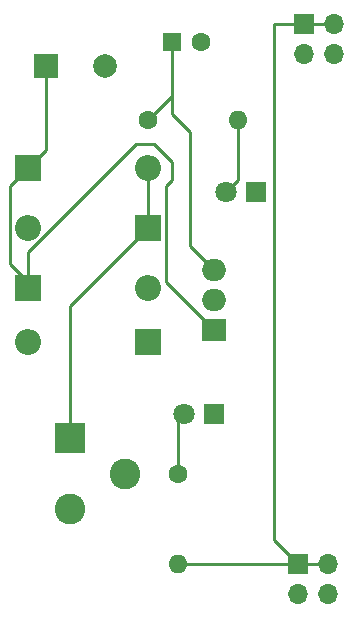
<source format=gtl>
G04 #@! TF.GenerationSoftware,KiCad,Pcbnew,(5.1.5)-3*
G04 #@! TF.CreationDate,2020-04-25T12:46:16+05:30*
G04 #@! TF.ProjectId,bread power supply schematic,62726561-6420-4706-9f77-657220737570,rev?*
G04 #@! TF.SameCoordinates,Original*
G04 #@! TF.FileFunction,Copper,L1,Top*
G04 #@! TF.FilePolarity,Positive*
%FSLAX46Y46*%
G04 Gerber Fmt 4.6, Leading zero omitted, Abs format (unit mm)*
G04 Created by KiCad (PCBNEW (5.1.5)-3) date 2020-04-25 12:46:16*
%MOMM*%
%LPD*%
G04 APERTURE LIST*
%ADD10R,2.000000X2.000000*%
%ADD11C,2.000000*%
%ADD12R,1.600000X1.600000*%
%ADD13C,1.600000*%
%ADD14R,2.200000X2.200000*%
%ADD15O,2.200000X2.200000*%
%ADD16C,1.800000*%
%ADD17R,1.800000X1.800000*%
%ADD18R,2.600000X2.600000*%
%ADD19C,2.600000*%
%ADD20O,1.700000X1.700000*%
%ADD21R,1.700000X1.700000*%
%ADD22O,1.600000X1.600000*%
%ADD23R,2.000000X1.905000*%
%ADD24O,2.000000X1.905000*%
%ADD25C,0.250000*%
G04 APERTURE END LIST*
D10*
X119888000Y-124968000D03*
D11*
X124888000Y-124968000D03*
D12*
X130556000Y-122936000D03*
D13*
X133056000Y-122936000D03*
D14*
X118364000Y-133604000D03*
D15*
X128524000Y-133604000D03*
X118364000Y-138684000D03*
D14*
X128524000Y-138684000D03*
X118364000Y-143764000D03*
D15*
X128524000Y-143764000D03*
X118364000Y-148336000D03*
D14*
X128524000Y-148336000D03*
D16*
X135128000Y-135636000D03*
D17*
X137668000Y-135636000D03*
X134112000Y-154432000D03*
D16*
X131572000Y-154432000D03*
D18*
X121920000Y-156464000D03*
D19*
X121920000Y-162464000D03*
X126620000Y-159464000D03*
D20*
X143764000Y-169672000D03*
X141224000Y-169672000D03*
X143764000Y-167132000D03*
D21*
X141224000Y-167132000D03*
X141732000Y-121412000D03*
D20*
X144272000Y-121412000D03*
X141732000Y-123952000D03*
X144272000Y-123952000D03*
D22*
X136144000Y-129540000D03*
D13*
X128524000Y-129540000D03*
X131064000Y-159512000D03*
D22*
X131064000Y-167132000D03*
D23*
X134112000Y-147320000D03*
D24*
X134112000Y-144780000D03*
X134112000Y-142240000D03*
D25*
X119888000Y-124968000D02*
X119888000Y-132080000D01*
X119888000Y-132080000D02*
X118364000Y-133604000D01*
X118364000Y-143764000D02*
X118364000Y-143256000D01*
X116840000Y-135128000D02*
X118364000Y-133604000D01*
X116840000Y-141732000D02*
X116840000Y-135128000D01*
X118364000Y-143256000D02*
X116840000Y-141732000D01*
X118364000Y-143764000D02*
X118364000Y-140716000D01*
X130048000Y-143256000D02*
X134112000Y-147320000D01*
X130048000Y-135128000D02*
X130048000Y-143256000D01*
X130556000Y-134620000D02*
X130048000Y-135128000D01*
X130556000Y-133096000D02*
X130556000Y-134620000D01*
X129032000Y-131572000D02*
X130556000Y-133096000D01*
X127508000Y-131572000D02*
X129032000Y-131572000D01*
X118364000Y-140716000D02*
X127508000Y-131572000D01*
X130556000Y-122936000D02*
X130556000Y-127508000D01*
X130556000Y-127508000D02*
X128524000Y-129540000D01*
X130556000Y-127508000D02*
X130556000Y-129032000D01*
X132080000Y-140208000D02*
X134112000Y-142240000D01*
X132080000Y-130556000D02*
X132080000Y-140208000D01*
X130556000Y-129032000D02*
X132080000Y-130556000D01*
X128524000Y-138684000D02*
X128524000Y-133604000D01*
X121920000Y-156464000D02*
X121920000Y-145288000D01*
X121920000Y-145288000D02*
X128524000Y-138684000D01*
X136144000Y-129540000D02*
X136144000Y-134620000D01*
X136144000Y-134620000D02*
X135128000Y-135636000D01*
X131064000Y-159512000D02*
X131064000Y-154940000D01*
X131064000Y-154940000D02*
X131572000Y-154432000D01*
X143764000Y-167132000D02*
X141224000Y-167132000D01*
X141224000Y-167132000D02*
X131064000Y-167132000D01*
X141732000Y-121412000D02*
X139192000Y-121412000D01*
X139192000Y-165100000D02*
X141224000Y-167132000D01*
X139192000Y-163576000D02*
X139192000Y-165100000D01*
X139192000Y-121412000D02*
X139192000Y-163576000D01*
X141224000Y-167132000D02*
X143764000Y-167132000D01*
X141732000Y-121412000D02*
X144272000Y-121412000D01*
M02*

</source>
